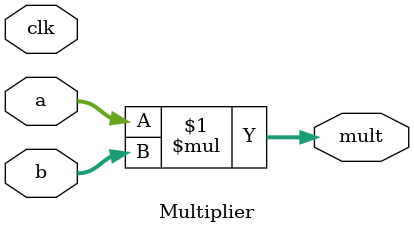
<source format=v>
module Multiplier (
    input wire clk,
    input [31:0] a,
    input [31:0] b,
    output [31:0] mult
);
    assign mult = a * b;
endmodule
</source>
